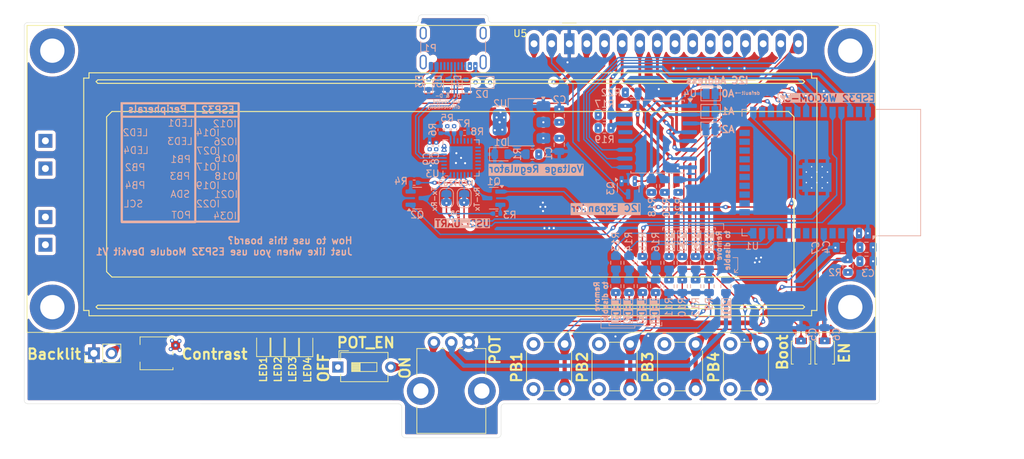
<source format=kicad_pcb>
(kicad_pcb (version 20240108) (generator "pcbnew") (generator_version "8.0")
  (layers (0 "F.Cu" signal) (1 "In1.Cu" signal) (2 "In2.Cu" signal) (31 "B.Cu" signal) (34 "B.Paste" user) (35 "F.Paste" user) (36 "B.SilkS" user "B.Silkscreen") (37 "F.SilkS" user "F.Silkscreen") (38 "B.Mask" user) (39 "F.Mask" user) (44 "Edge.Cuts" user))
  (net 0 "")
  (net 1 "GND")
  (net 2 "+5V")
  (net 3 "+3.3V")
  (net 4 "/uC/IO0")
  (net 5 "/uC/EN")
  (net 6 "Net-(D1-A)")
  (net 7 "VBUS")
  (net 8 "/uC/USB_D-")
  (net 9 "/uC/USB_D+")
  (net 10 "Net-(D6-A)")
  (net 11 "Net-(D7-A)")
  (net 12 "Net-(D8-A)")
  (net 13 "Net-(D9-A)")
  (net 14 "/uC/RXD")
  (net 15 "/uC/TXD0")
  (net 16 "/uC/TXD")
  (net 17 "/uC/RXD0")
  (net 18 "/PB1")
  (net 19 "Net-(JP3-A)")
  (net 20 "/PB3")
  (net 21 "Net-(JP4-A)")
  (net 22 "Net-(JP5-A)")
  (net 23 "/POT")
  (net 24 "Net-(JP6-A)")
  (net 25 "/PB4")
  (net 26 "Net-(JP7-A)")
  (net 27 "/PB2")
  (net 28 "Net-(JP8-A)")
  (net 29 "Net-(JP9-A)")
  (net 30 "Net-(JP10-A)")
  (net 31 "Net-(JP11-A)")
  (net 32 "/LCD/A0")
  (net 33 "/LCD/A1")
  (net 34 "/LCD/A2")
  (net 35 "/LCD/LCD_LED-")
  (net 42 "/uC/RTS")
  (net 43 "Net-(Q1-B)")
  (net 44 "Net-(Q2-B)")
  (net 45 "/uC/DTR")
  (net 46 "/LCD/LCD_LED+")
  (net 47 "/LCD/B")
  (net 48 "Net-(U3-VBUS)")
  (net 49 "Net-(U3-~{RST})")
  (net 50 "Net-(U3-~{SUSPEND})")
  (net 51 "/LED1")
  (net 52 "/LED2")
  (net 53 "/LED3")
  (net 54 "/LED4")
  (net 55 "/LCD_SDA")
  (net 56 "/LCD_SCL")
  (net 57 "Net-(SW5-B)")
  (net 58 "/LCD/LCD_VO")
  (net 94 "/LCD/LCD_R{slash}W")
  (net 95 "/LCD/LCD_D7")
  (net 96 "/LCD/LCD_D6")
  (net 97 "/LCD/LCD_D5")
  (net 98 "/LCD/LCD_D4")
  (net 99 "/LCD/LCD_RS")
  (net 100 "/LCD/LCD_EN")
  (footprint "Potentiometer_SMD:Potentiometer_Bourns_3314G_Vertical" (layer "F.Cu") (at 58.1152 99.06 -90)
    (property "Reference" "RV2" (hide yes))
    (property "Value" "5K")
  )
  (footprint "Button_Switch_THT:SW_DIP_SPSTx01_Slide_6.7x4.1mm_W7.62mm_P2.54mm_LowProfile" (layer "F.Cu") (at 84.2518 101.0412)
    (property "Reference" "SW5" (hide yes))
    (property "Value" "SW_SPST")
  )
  (footprint "LED_SMD:LED_0805_2012Metric" (layer "F.Cu") (at 77.6224 97.8685 90)
    (property "Reference" "D8" (hide yes))
    (property "Value" "BLUE")
  )
  (footprint "Button_Switch_THT:SW_PUSH_6mm_H8mm" (layer "F.Cu") (at 140.8176 104.2174 90)
    (property "Reference" "SW7" (hide yes))
    (property "Value" "SW_Push")
  )
  (footprint "LED_SMD:LED_0805_2012Metric" (layer "F.Cu") (at 79.6798 97.8639 90)
    (property "Reference" "D9" (hide yes))
    (property "Value" "WHITE")
  )
  (footprint "Button_Switch_SMD:SW_SPST_B3U-1000P" (layer "F.Cu") (at 154.4066 98.9584 -90)
    (property "Reference" "SW2" (hide yes))
    (property "Value" "Enable")
  )
  (footprint "Button_Switch_THT:SW_PUSH_6mm_H8mm" (layer "F.Cu") (at 112.4352 104.2174 90)
    (property "Reference" "SW3" (hide yes))
    (property "Value" "SW_Push")
  )
  (footprint "LED_SMD:LED_0805_2012Metric" (layer "F.Cu") (at 73.5076 97.8408 90)
    (property "Reference" "D6" (hide yes))
    (property "Value" "RED")
  )
  (footprint "Button_Switch_THT:SW_PUSH_6mm_H8mm" (layer "F.Cu") (at 121.8798 104.2174 90)
    (property "Reference" "SW4" (hide yes))
    (property "Value" "SW_Push")
  )
  (footprint "LED_SMD:LED_0805_2012Metric" (layer "F.Cu") (at 75.565 97.8431 90)
    (property "Reference" "D7" (hide yes))
    (property "Value" "GREEN")
  )
  (footprint "Button_Switch_THT:SW_PUSH_6mm_H8mm" (layer "F.Cu") (at 131.3138 104.2174 90)
    (property "Reference" "SW6" (hide yes))
    (property "Value" "SW_Push")
  )
  (footprint "Potentiometer_THT:Potentiometer_Bourns_PTV09A-1_Single_Vertical" (layer "F.Cu") (at 98.1009 97.4852 -90)
    (property "Reference" "RV1" (hide yes))
    (property "Value" "10K")
  )
  (footprint "Button_Switch_SMD:SW_SPST_B3U-1000P" (layer "F.Cu") (at 151.003 98.9584 -90)
    (property "Reference" "SW1" (hide yes))
    (property "Value" "Boot")
  )
  (footprint "Connector_PinHeader_2.54mm:PinHeader_1x02_P2.54mm_Vertical" (layer "F.Cu") (at 49.0932 99.06 90)
    (property "Reference" "JP15" (hide yes))
    (property "Value" "Jumper_2_Bridged")
  )
  (footprint "Display:LCD-016N002L" (layer "F.Cu") (at 117.6009 54.3968)
    (property "Reference" "U5")
    (property "Value" "LCD-016N002L")
  )
  (footprint "Capacitor_SMD:C_0805_2012Metric" (layer "B.Cu") (at 157.0126 83.7692 180)
    (property "Reference" "C7")
    (property "Value" "0.1u")
  )
  (footprint "Resistor_SMD:R_0805_2012Metric" (layer "B.Cu") (at 122.6857 64.643)
    (property "Reference" "R17")
    (property "Value" "4K7")
  )
  (footprint "Jumper:SolderJumper-2_P1.3mm_Bridged_RoundedPad1.0x1.5mm" (layer "B.Cu") (at 99.8958 76.6548 -90)
    (property "Reference" "JP2" (hide yes))
    (property "Value" "Jumper_2_Bridged")
  )
  (footprint "Resistor_SMD:R_0805_2012Metric" (layer "B.Cu") (at 112.2915 70.3345 180)
    (property "Reference" "R1")
    (property "Value" "2K")
  )
  (footprint "Capacitor_SMD:C_0805_2012Metric" (layer "B.Cu") (at 154.4066 96.3066 90)
    (property "Reference" "C6")
    (property "Value" "0.1u")
  )
  (footprint "Capacitor_SMD:C_0402_1005Metric" (layer "B.Cu") (at 98.4226 69.139 90)
    (property "Reference" "C8")
    (property "Value" "0.1u")
  )
  (footprint "Capacitor_SMD:C_0805_2012Metric" (layer "B.Cu") (at 116.1542 68.9719 -90)
    (property "Reference" "C1")
    (property "Value" "22u")
  )
  (footprint "Capacitor_SMD:C_0805_2012Metric" (layer "B.Cu") (at 160.4366 85.7758)
    (property "Reference" "C3")
    (property "Value" "22u")
  )
  (footprint "Package_SO:SOIC-16W_7.5x10.3mm_P1.27mm" (layer "B.Cu") (at 130.3274 67.7926 180)
    (property "Reference" "U4")
    (property "Value" "PCF8574")
  )
  (footprint "Capacitor_SMD:C_0805_2012Metric" (layer "B.Cu") (at 160.4366 83.7692)
    (property "Reference" "C4")
    (property "Value" "0.1u")
  )
  (footprint "Resistor_SMD:R_0402_1005Metric" (layer "B.Cu") (at 95.2496 74.445 180)
    (property "Reference" "R4")
    (property "Value" "10K")
  )
  (footprint "Resistor_SMD:R_0805_2012Metric" (layer "B.Cu") (at 128.143 89.375 -90)
    (property "Reference" "JP10" (hide yes))
    (property "Value" "Jumper_2_Small_Bridged")
  )
  (footprint "Resistor_SMD:R_0402_1005Metric" (layer "B.Cu") (at 100.0228 66.7996 -90)
    (property "Reference" "R5")
    (property "Value" "22K1")
  )
  (footprint "Resistor_SMD:R_0805_2012Metric" (layer "B.Cu") (at 133.2992 74.9239 90)
    (property "Reference" "R21")
    (property "Value" "10K")
  )
  (footprint "Capacitor_SMD:C_0805_2012Metric" (layer "B.Cu") (at 151.003 96.332 90)
    (property "Reference" "C5")
    (property "Value" "0.1u")
  )
  (footprint "Jumper:SolderJumper-2_P1.3mm_Open_Pad1.0x1.5mm" (layer "B.Cu") (at 137.9624 64.1562 180)
    (property "Reference" "JP13" (hide yes))
    (property "Value" "Jumper_2_Bridged")
  )
  (footprint "Resistor_SMD:R_0402_1005Metric" (layer "B.Cu") (at 102.514 67.2568)
    (property "Reference" "R8")
    (property "Value" "10K")
  )
  (footprint "Resistor_SMD:R_0805_2012Metric" (layer "B.Cu") (at 130.048 89.3788 -90)
    (property "Reference" "JP11" (hide yes))
    (property "Value" "Jumper_2_Small_Bridged")
  )
  (footprint "Jumper:SolderJumper-2_P1.3mm_Open_Pad1.0x1.5mm" (layer "B.Cu") (at 137.9728 61.6162 180)
    (property "Reference" "JP12" (hide yes))
    (property "Value" "Jumper_2_Bridged")
  )
  (footprint "Resistor_SMD:R_0805_2012Metric" (layer "B.Cu") (at 140.1826 89.3807 90)
    (property "Reference" "JP5" (hide yes))
    (property "Value" "Jumper_2_Small_Bridged")
  )
  (footprint "Resistor_SMD:R_0402_1005Metric" (layer "B.Cu") (at 99.0576 66.7976 90)
    (property "Reference" "R6")
    (property "Value" "47K5")
  )
  (footprint "Resistor_SMD:R_0402_1005Metric" (layer "B.Cu") (at 107.1536 78.9052)
    (property "Reference" "R3")
    (property "Value" "10K")
  )
  (footprint "Resistor_SMD:R_0805_2012Metric" (layer "B.Cu") (at 135.8138 86.0063 90)
    (property "Reference" "JP7" (hide yes))
    (property "Value" "Jumper_2_Small_Bridged")
  )
  (footprint "Resistor_SMD:R_0805_2012Metric" (layer "B.Cu") (at 126.2126 85.9968 -90)
    (property "Reference" "R14")
    (property "Value" "82")
  )
  (footprint "Resistor_SMD:R_0805_2012Metric" (layer "B.Cu") (at 135.8138 89.3807 -90)
    (property "Reference" "R12")
    (property "Value" "10K")
  )
  (footprint "Resistor_SMD:R_0402_1005Metric" (layer "B.Cu") (at 101.004 66.7976 90)
    (property "Reference" "R7")
    (property "Value" "2K")
  )
  (footprint "Jumper:SolderJumper-2_P1.3mm_Bridged_RoundedPad1.0x1.5mm" (layer "B.Cu") (at 102.4612 76.6548 -90)
    (property "Reference" "JP1" (hide yes))
    (property "Value" "Jumper_2_Bridged")
  )
  (footprint "Diode_SMD:D_SOD-523" (layer "B.Cu") (at 100.076 60.2346 90)
    (property "Reference" "D5")
    (property "Value" "LESD5D5.0CT1G")
  )
  (footprint "Resistor_SMD:R_0805_2012Metric" (layer "B.Cu") (at 137.7442 89.3826 -90)
    (property "Reference" "R9")
    (property "Value" "10K")
  )
  (footprint "Package_DFN_QFN:QFN-28-1EP_5x5mm_P0.5mm_EP3.35x3.35mm" (layer "B.Cu") (at 102.004 70.866)
    (property "Reference" "U3")
    (property "Value" "CP2102N-A01-GQFN28")
  )
  (footprint "RF_Module:ESP32-WROOM-32" (layer "B.Cu") (at 152.3796 72.9866 90)
    (property "Reference" "U1")
    (property "Value" "ESP32-WROOM-32")
  )
  (footprint "Resistor_SMD:R_0805_2012Metric" (layer "B.Cu") (at 131.3688 74.9201 90)
    (property "Reference" "R20")
    (property "Value" "10K")
  )
  (footprint "Jumper:SolderJumper-2_P1.3mm_Open_Pad1.0x1.5mm" (layer "B.Cu") (at 137.9624 66.6962 180)
    (property "Reference" "JP14" (hide yes))
    (property "Value" "Jumper_2_Bridged")
  )
  (footprint "Resistor_SMD:R_0805_2012Metric" (layer "B.Cu") (at 137.7442 86.0025 90)
    (property "Reference" "JP3" (hide yes))
    (property "Value" "Jumper_2_Small_Bridged")
  )
  (footprint "Resistor_SMD:R_0805_2012Metric" (layer "B.Cu") (at 131.9784 89.3807 -90)
    (property "Reference" "R11")
    (property "Value" "10K")
  )
  (footprint "Resistor_SMD:R_0805_2012Metric" (layer "B.Cu") (at 130.058 86.0006 -90)
    (property "Reference" "R16")
    (property "Value" "15")
  )
  (footprint "Capacitor_SMD:C_0805_2012Metric" (layer "B.Cu") (at 116.1542 64.7719 90)
    (property "Reference" "C2")
    (property "Value" "22u")
  )
  (footprint "Resistor_SMD:R_0805_2012Metric" (layer "B.Cu") (at 126.5954 61.4172)
    (property "Reference" "R22")
    (property "Value" "4K7")
  )
  (footprint "Package_TO_SOT_SMD:SOT-23" (layer "B.Cu") (at 106.7261 76.6802 180)
    (property "Reference" "Q1")
    (property "Value" "SS8050-G")
  )
  (footprint "Resistor_SMD:R_0805_2012Metric" (layer "B.Cu") (at 129.4384 74.9201 90)
    (property "Reference" "R18")
    (property "Value" "10K")
  )
  (footprint "Diode_SMD:D_SOD-523" (layer "B.Cu") (at 97.3328 60.2346 90)
    (property "Reference" "D3")
    (property "Value" "LESD5D5.0CT1G")
  )
  (footprint "Resistor_SMD:R_0805_2012Metric" (layer "B.Cu") (at 122.6819 66.548)
    (property "Reference" "R19")
    (property "Value" "4K7")
  )
  (footprint "Resistor_SMD:R_0805_2012Metric" (layer "B.Cu") (at 133.8834 86.0044 90)
    (property "Reference" "JP4" (hide yes))
    (property "Value" "Jumper_2_Small_Bridged")
  )
  (footprint "Resistor_SMD:R_0805_2012Metric" (layer "B.Cu") (at 124.3076 85.993 -90)
    (property "Reference" "R13")
    (property "Value" "100")
  )
  (footprint "Connector_USB:USB_C_Receptacle_GCT_USB4105-xx-A_16P_TopMnt_Horizontal" (layer "B.Cu") (at 100.869 53.9324)
    (property "Reference" "P1")
    (property "Value" "USB_C_Plug_USB2.0")
  )
  (footprint "Package_TO_SOT_SMD:SOT-23" (layer "B.Cu") (at 126.0958 75.1563 -90)
    (property "Reference" "Q3")
    (property "Value" "2N3904")
  )
  (footprint "Resistor_SMD:R_0805_2012Metric" (layer "B.Cu") (at 133.8834 89.3807 -90)
    (property "Reference" "R10")
    (property "Value" "10K")
  )
  (footprint "Resistor_SMD:R_0805_2012Metric" (layer "B.Cu") (at 131.9784 86.0044 90)
    (property "Reference" "JP6" (hide yes))
    (property "Value" "Jumper_2_Small_Bridged")
  )
  (footprint "LED_SMD:LED_0805_2012Metric" (layer "B.Cu") (at 107.7957 70.3345)
    (property "Reference" "D1")
    (property "Value" "RED")
  )
  (footprint "Package_TO_SOT_SMD:SOT-223-3_TabPin2" (layer "B.Cu") (at 110.7186 65.7219 180)
    (property "Reference" "U2")
    (property "Value" "AMS1117-3.3")
  )
  (footprint "Diode_SMD:D_SOD-323" (layer "B.Cu") (at 105.1392 59.9694 180)
    (property "Reference" "D2")
    (property "Value" "BAT760-7")
  )
  (footprint "Resistor_SMD:R_0805_2012Metric" (layer "B.Cu") (at 124.3076 89.375 -90)
    (property "Reference" "JP8" (hide yes))
    (property "Value" "Jumper_2_Small_Bridged")
  )
  (footprint "Resistor_SMD:R_0805_2012Metric" (layer "B.Cu") (at 157.7594 86.4597 90)
    (property "Reference" "R2")
    (property "Value" "10K")
  )
  (footprint "Capacitor_SMD:C_0402_1005Metric" (layer "B.Cu") (at 97.4828 69.139 90)
    (property "Reference" "C9")
    (property "Value" "4.7u")
  )
  (footprint "Diode_SMD:D_SOD-523" (layer "B.Cu") (at 102.7684 60.26 90)
    (property "Reference" "D4")
    (property "Value" "LESD5D5.0CT1G")
  )
  (footprint "Resistor_SMD:R_0805_2012Metric" (layer "B.Cu") (at 126.2126 89.375 -90)
    (property "Reference" "JP9" (hide yes))
    (property "Value" "Jumper_2_Small_Bridged")
  )
  (footprint "Package_TO_SOT_SMD:SOT-23" (layer "B.Cu") (at 95.6771 76.67)
    (property "Reference" "Q2")
    (property "Value" "SS8050-G")
  )
  (footprint "Resistor_SMD:R_0805_2012Metric" (layer "B.Cu") (at 128.143 85.9968 -90)
    (property "Reference" "R15")
    (property "Value" "22")
  )
  (gr_line (start 139.8524 80.3656) (end 139.8524 81.2038) (stroke (width 0.1)) (layer "B.SilkS"))
  (gr_line (start 138.684 80.9498) (end 138.684 81.2292) (stroke (width 0.1)) (layer "B.SilkS"))
  (gr_line (start 142.3162 61.4934) (end 141.5796 61.4934) (stroke (width 0.1)) (layer "B.SilkS"))
  (gr_line (start 127.0508 95.0976) (end 127.0508 95.4024) (stroke (width 0.1)) (layer "B.SilkS"))
  (gr_line (start 141.1732 85.2424) (end 141.8844 85.2424) (stroke (width 0.1)) (layer "B.SilkS"))
  (gr_line (start 141.5796 61.4934) (end 141.6812 61.595) (stroke (width 0.1)) (layer "B.SilkS"))
  (gr_line (start 122.174 95.4024) (end 122.174 93.7768) (stroke (width 0.1)) (layer "B.SilkS"))
  (gr_line (start 130.937 94.5642) (end 130.937 95.0976) (stroke (width 0.1)) (layer "B.SilkS"))
  (gr_line (start 131.064 81.3054) (end 131.064 80.9498) (stroke (width 0.1)) (layer "B.SilkS"))
  (gr_rect (start 53.1114 62.992) (end 69.9516 64.9224) (stroke (width 0.3)) (fill none) (layer "B.SilkS"))
  (gr_line (start 141.5796 61.4934) (end 141.6812 61.3918) (stroke (width 0.1)) (layer "B.SilkS"))
  (gr_line (start 134.874 80.3656) (end 139.8524 80.3656) (stroke (width 0.1)) (layer "B.SilkS"))
  (gr_line (start 141.8844 86.9442) (end 141.4272 87.4014) (stroke (width 0.1)) (layer "B.SilkS"))
  (gr_line (start 141.4272 87.4014) (end 141.4272 86.9442) (stroke (width 0.1)) (layer "B.SilkS"))
  (gr_rect (start 53.1114 62.992) (end 69.9516 80.0608) (stroke (width 0.3)) (fill none) (layer "B.SilkS"))
  (gr_line (start 127.0508 95.4024) (end 122.174 95.4024) (stroke (width 0.1)) (layer "B.SilkS"))
  (gr_line (start 123.3424 95.0722) (end 130.937 95.0976) (stroke (width 0.1)) (layer "B.SilkS"))
  (gr_line (start 123.3424 94.5388) (end 123.3424 95.0722) (stroke (width 0.1)) (layer "B.SilkS"))
  (gr_line (start 131.064 80.9498) (end 138.684 80.9498) (stroke (width 0.1)) (layer "B.SilkS"))
  (gr_line (start 141.8844 85.2424) (end 141.8844 86.9442) (stroke (width 0.1)) (layer "B.SilkS"))
  (gr_line (start 141.4272 86.9442) (end 141.4272 87.4014) (stroke (width 0.1)) (layer "B.SilkS"))
  (gr_line (start 134.874 80.9498) (end 134.874 80.3656) (stroke (width 0.1)) (layer "B.SilkS"))
  (gr_rect (start 53.1114 62.992) (end 63.7032 80.137) (stroke (width 0.3)) (fill none) (layer "B.SilkS"))
  (gr_line (start 141.4272 87.4014) (end 141.8844 87.4014) (stroke (width 0.1)) (layer "B.SilkS"))
  (gr_line (start 95.8342 50.8254) (end 95.8342 50.7238) (stroke (width 0.05)) (layer "Edge.Cuts"))
  (gr_arc (start 92.9386 106.3244) (mid 93.29781 106.47319) (end 93.4466 106.8324) (stroke (width 0.05)) (layer "Edge.Cuts"))
  (gr_line (start 107.7722 106.8324) (end 107.7722 110.7186) (stroke (width 0.05)) (layer "Edge.Cuts"))
  (gr_arc (start 95.8342 50.7238) (mid 95.98299 50.36459) (end 96.3422 50.2158) (stroke (width 0.05)) (layer "Edge.Cuts"))
  (gr_arc (start 39.55141 106.32079) (mid 39.1922 106.172) (end 39.04341 105.81279) (stroke (width 0.05)) (layer "Edge.Cuts"))
  (gr_line (start 106.426 51.3334) (end 161.79439 51.33701) (stroke (width 0.05)) (layer "Edge.Cuts"))
  (gr_line (start 39.04341 51.84501) (end 39.04341 105.81279) (stroke (width 0.05)) (layer "Edge.Cuts"))
  (gr_line (start 95.3262 51.3334) (end 39.55141 51.33701) (stroke (width 0.05)) (layer "Edge.Cuts"))
  (gr_arc (start 105.41 50.2158) (mid 105.76921 50.36459) (end 105.918 50.7238) (stroke (width 0.05)) (layer "Edge.Cuts"))
  (gr_line (start 93.4466 106.8324) (end 93.4466 110.7186) (stroke (width 0.05)) (layer "Edge.Cuts"))
  (gr_arc (start 95.8342 50.8254) (mid 95.68541 51.18461) (end 95.3262 51.3334) (stroke (width 0.05)) (layer "Edge.Cuts"))
  (gr_arc (start 107.7722 106.8324) (mid 107.92099 106.47319) (end 108.2802 106.3244) (stroke (width 0.05)) (layer "Edge.Cuts"))
  (gr_line (start 105.41 50.2158) (end 96.3422 50.2158) (stroke (width 0.05)) (layer "Edge.Cuts"))
  (gr_arc (start 162.30239 105.81279) (mid 162.1536 106.172) (end 161.79439 106.32079) (stroke (width 0.05)) (layer "Edge.Cuts"))
  (gr_line (start 93.9546 111.2266) (end 107.2642 111.2266) (stroke (width 0.05)) (layer "Edge.Cuts"))
  (gr_arc (start 107.7722 110.7186) (mid 107.62341 111.07781) (end 107.2642 111.2266) (stroke (width 0.05)) (layer "Edge.Cuts"))
  (gr_arc (start 39.04341 51.84501) (mid 39.1922 51.4858) (end 39.55141 51.33701) (stroke (width 0.05)) (layer "Edge.Cuts"))
  (gr_line (start 39.55141 106.32079) (end 92.9386 106.3244) (stroke (width 0.05)) (layer "Edge.Cuts"))
  (gr_line (start 108.28381 106.3244) (end 161.79439 106.32079) (stroke (width 0.05)) (layer "Edge.Cuts"))
  (gr_arc (start 106.426 51.3334) (mid 106.06679 51.18461) (end 105.918 50.8254) (stroke (width 0.05)) (layer "Edge.Cuts"))
  (gr_line (start 162.30239 51.84501) (end 162.30239 105.81279) (stroke (width 0.05)) (layer "Edge.Cuts"))
  (gr_arc (start 93.9546 111.2266) (mid 93.59539 111.07781) (end 93.4466 110.7186) (stroke (width 0.05)) (layer "Edge.Cuts"))
  (gr_line (start 105.918 50.8254) (end 105.918 50.7238) (stroke (width 0.05)) (layer "Edge.Cuts"))
  (gr_arc (start 161.79439 51.33701) (mid 162.1536 51.4858) (end 162.30239 51.84501) (stroke (width 0.05)) (layer "Edge.Cuts"))
  (gr_text "ESP32 WROOM-32" (at 161.8234 62.8396 0) (layer "B.SilkS" knockout) (effects (font (size 1 1) (thickness 0.2) (bold yes)) (justify left bottom mirror)))
  (gr_text "LED3" (at 128.6764 90.9441 90) (layer "B.SilkS" knockout) (effects (font (size 1 1) (thickness 0.2) (bold yes)) (justify left bottom mirror)))
  (gr_text "LED3" (at 63.4238 69.0626 0) (layer "B.SilkS") (effects (font (size 1 1) (thickness 0.125)) (justify left bottom mirror)))
  (gr_text "SDA" (at 63.0174 76.6826 0) (layer "B.SilkS") (effects (font (size 1 1) (thickness 0.125)) (justify left bottom mirror)))
  (gr_text "IO22" (at 67.3354 78.0796 0) (layer "B.SilkS") (effects (font (size 1 1) (thickness 0.125)) (justify left bottom mirror)))
  (gr_text "A1" (at 141.508 64.715 0) (layer "B.SilkS") (effects (font (size 1 1) (thickness 0.2) (bold yes)) (justify left bottom mirror)))
  (gr_text "LED1" (at 124.9716 90.9441 90) (layer "B.SilkS" knockout) (effects (font (size 1 1) (thickness 0.2) (bold yes)) (justify left bottom mirror)))
  (gr_text "IO17" (at 67.3354 72.7456 0) (layer "B.SilkS") (effects (font (size 1 1) (thickness 0.125)) (justify left bottom mirror)))
  (gr_text "A0" (at 141.493 62.175 0) (layer "B.SilkS") (effects (font (size 1 1) (thickness 0.2) (bold yes)) (justify left bottom mirror)))
  (gr_text "Voltage Regulator" (at 119.6848 73.0504 0) (layer "B.SilkS" knockout) (effects (font (size 1 1) (thickness 0.2) (bold yes)) (justify left bottom mirror)))
  (gr_text "PB2" (at 136.5504 81.1822 90) (layer "B.SilkS" knockout) (effects (font (size 1 1) (thickness 0.2) (bold yes)) (justify left bottom mirror)))
  (gr_text "Remove\nto disable" (at 123.2154 88.5933 90) (layer "B.SilkS") (effects (font (size 0.75 0.75) (thickness 0.1875) (bold yes)) (justify left bottom mirror)))
  (gr_text "LED4" (at 130.556 90.9441 90) (layer "B.SilkS" knockout) (effects (font (size 1 1) (thickness 0.2) (bold yes)) (justify left bottom mirror)))
  (gr_text "Tx-Rx" (at 98.5888 74.9644 90) (layer "B.SilkS") (effects (font (size 0.75 0.75) (thickness 0.15) (bold yes)) (justify left bottom mirror)))
  (gr_text "IO12" (at 69.7484 66.5226 0) (layer "B.SilkS") (effects (font (size 1 1) (thickness 0.125)) (justify left bottom mirror)))
  (gr_text "POT" (at 63.1698 79.7052 0) (layer "B.SilkS") (effects (font (size 1 1) (thickness 0.125)) (justify left bottom mirror)))
  (gr_text "Rx-Tx" (at 104.7356 74.9644 90) (layer "B.SilkS") (effects (font (size 0.75 0.75) (thickness 0.15) (bold yes)) (justify left bottom mirror)))
  (gr_text "Peripherals" (at 62.611 64.4144 0) (layer "B.SilkS") (effects (font (size 1 1) (thickness 0.2) (bold yes)) (justify left bottom mirror)))
  (gr_text "LED4" (at 57.0738 70.358 0) (layer "B.SilkS") (effects (font (size 1 1) (thickness 0.125)) (justify left bottom mirror)))
  (gr_text "D+ & D-\nare routed\ndifferentially" (at 101.9556 63.8048 0) (layer "B.SilkS") (effects (font (size 0.5 0.5) (thickness 0.1)) (justify left bottom mirror)))
  (gr_text "PB4" (at 132.7658 81.1822 90) (layer "B.SilkS" knockout) (effects (font (size 1 1) (thickness 0.2) (bold yes)) (justify left bottom mirror)))
  (gr_text "USB-UART" (at 106.3244 80.9244 0) (layer "B.SilkS" knockout) (effects (font (size 1 1) (thickness 0.2) (bold yes)) (justify left bottom mirror)))
  (gr_text "PB1" (at 138.4046 81.1822 90) (layer "B.SilkS" knockout) (effects (font (size 1 1) (thickness 0.2) (bold yes)) (justify left bottom mirror)))
  (gr_text "Remove\nto disable" (at 140.8176 81.2527 90) (layer "B.SilkS") (effects (font (size 0.75 0.75) (thickness 0.1875) (bold yes)) (justify left bottom mirror)))
  (gr_text "PB4" (at 56.5912 75.4126 0) (layer "B.SilkS") (effects (font (size 1 1) (thickness 0.125)) (justify left bottom mirror)))
  (gr_text "PB1" (at 63.1444 71.6534 0) (layer "B.SilkS") (effects (font (size 1 1) (thickness 0.125)) (justify left bottom mirror)))
  (gr_text "IO16" (at 69.9516 71.5264 0) (layer "B.SilkS") (effects (font (size 1 1) (thickness 0.125)) (justify left bottom mirror)))
  (gr_text "POT" (at 140.8684 90.9574 90) (layer "B.SilkS" knockout) (effects (font (size 1 1) (thickness 0.2) (bold yes)) (justify left bottom mirror)))
  (gr_text "LED2" (at 126.7206 90.9441 90) (layer "B.SilkS" knockout) (effects (font (size 1 1) (thickness 0.2) (bold yes)) (justify left bottom mirror)))
  (gr_text "A2" (at 141.5334 67.3312 0) (layer "B.SilkS") (effects (font (size 1 1) (thickness 0.2) (bold yes)) (justify left bottom mirror)))
  (gr_text "IO19" (at 67.31 75.438 0) (layer "B.SilkS") (effects (font (size 1 1) (thickness 0.125)) (justify left bottom mirror)))
  (gr_text "IO21" (at 69.9262 76.708 0) (layer "B.SilkS") (effects (font (size 1 1) (thickness 0.125)) (justify left bottom mirror)))
  (gr_text "default" (at 145.1356 61.7982 0) (layer "B.SilkS") (effects (font (size 0.5 0.5) (thickness 0.1)) (justify left bottom mirror)))
  (gr_text "ESP32" (at 69.469 64.516 0) (layer "B.SilkS") (effects (font (size 1 1) (thickness 0.2) (bold yes)) (justify left bottom mirror)))
  (gr_text "uC" (at 100.3668 78.4188 180) (layer "B.SilkS") (effects (font (size 0.75 0.75) (thickness 0.15) (bold yes)) (justify left bottom mirror)))
  (gr_text "I2C Expander" (at 128.0414 78.7146 0) (layer "B.SilkS" knockout) (effects (font (size 1 1) (thickness 0.2) (bold yes)) (justify left bottom mirror)))
  (gr_text "IO18" (at 69.977 74.0918 0) (layer "B.SilkS") (effects (font (size 1 1) (thickness 0.125)) (justify left bottom mirror)))
  (gr_text "LED2" (at 56.9976 67.7926 0) (layer "B.SilkS") (effects (font (size 1 1) (thickness 0.125)) (justify left bottom mirror)))
  (gr_text "IO14" (at 67.31 67.818 0) (layer "B.SilkS") (effects (font (size 1 1) (thickness 0.125)) (justify left bottom mirror)))
  (gr_text "PB3" (at 63.0428 74.0918 0) (layer "B.SilkS") (effects (font (size 1 1) (thickness 0.125)) (justify left bottom mirror)))
  (gr_text "SCL" (at 56.261 78.0796 0) (layer "B.SilkS") (effects (font (size 1 1) (thickness 0.125)) (justify left bottom mirror)))
  (gr_text "How to use this board?\nJust like when you use ESP32 Module Devkit V1" (at 86.4616 84.9884 0) (layer "B.SilkS") (effects (font (size 1 1) (thickness 0.2) (bold yes)) (justify left bottom mirror)))
  (gr_text "IO34" (at 69.7992 79.8068 0) (layer "B.SilkS") (effects (font (size 1 1) (thickness 0.125)) (justify left bottom mirror)))
  (gr_text "IO27" (at 67.3862 70.4342 0) (layer "B.SilkS") (effects (font (size 1 1) (thickness 0.125)) (justify left bottom mirror)))
  (gr_text "IO26" (at 69.8754 69.1134 0) (layer "B.SilkS") (effects (font (size 1 1) (thickness 0.125)) (justify left bottom mirror)))
  (gr_text "LED1" (at 63.4746 66.421 0) (layer "B.SilkS") (effects (font (size 1 1) (thickness 0.125)) (justify left bottom mirror)))
  (gr_text "CP2102N" (at 98.5634 74.0038 180) (layer "B.SilkS") (effects (font (size 0.75 0.75) (thickness 0.15) (bold yes)) (justify left bottom mirror)))
  (gr_text "PB2" (at 56.5912 72.8218 0) (layer "B.SilkS") (effects (font (size 1 1) (thickness 0.125)) (justify left bottom mirror)))
  (gr_text "I2C Address" (at 143.5608 60.2742 0) (layer "B.SilkS") (effects (font (size 1 1) (thickness 0.25) (bold yes)) (justify left bottom mirror)))
  (gr_text "PB3" (at 134.493 81.1822 90) (layer "B.SilkS" knockout) (effects (font (size 1 1) (thickness 0.2) (bold yes)) (justify left bottom mirror)))
  (gr_text "POT" (at 107.7722 100.8634 90) (layer "F.SilkS") (effects (font (size 1.5 1.5) (thickness 0.3) (bold yes)) (justify left bottom)))
  (gr_text "Boot" (at 149.1996 101.6508 90) (layer "F.SilkS") (effects (font (size 1.5 1.5) (thickness 0.3) (bold yes)) (justify left bottom)))
  (gr_text "PB1" (at 110.89 103.481686 90) (layer "F.SilkS") (effects (font (size 1.5 1.5) (thickness 0.3) (bold yes)) (justify left bottom)))
  (gr_text "PB4" (at 139.2936 103.481686 90) (layer "F.SilkS") (effects (font (size 1.5 1.5) (thickness 0.3) (bold yes)) (justify left bottom)))
  (gr_text "LED3" (at 78.3082 103.3526 90) (layer "F.SilkS") (effects (font (size 1 1) (thickness 0.2) (bold yes)) (justify left bottom)))
  (gr_text "ON" (at 94.7928 102.912629 90) (layer "F.SilkS") (effects (font (size 1.5 1.5) (thickness 0.3) (bold yes)) (justify left bottom)))
  (gr_text "LED2" (at 76.2 103.3526 90) (layer "F.SilkS") (effects (font (size 1 1) (thickness 0.2) (bold yes)) (justify left bottom)))
  (gr_text "OFF" (at 83.058 103.412629 90) (layer "F.SilkS") (effects (font (size 1.5 1.5) (thickness 0.3) (bold yes)) (justify left bottom)))
  (gr_text "PB2" (at 120.3642 103.481686 90) (layer "F.SilkS") (effects (font (size 1.5 1.5) (thickness 0.3) (bold yes)) (justify left bottom)))
  (gr_text "LED1" (at 74.0918 103.3526 90) (layer "F.SilkS") (effects (font (size 1 1) (thickness 0.2) (bold yes)) (justify left bottom)))
  (gr_text "Backlit" (at 39.2938 100.056 0) (layer "F.SilkS") (effects (font (size 1.5 1.5) (thickness 0.3) (bold yes)) (justify left bottom)))
  (gr_text "LED4" (at 80.4672 103.4034 90) (layer "F.SilkS") (effects (font (size 1 1) (thickness 0.2) (bold yes)) (justify left bottom)))
  (gr_text "POT_EN" (at 83.947 98.3996 0) (layer "F.SilkS") (effects (font (size 1.5 1.5) (thickness 0.3) (bold yes)) (justify left bottom)))
  (gr_text "EN" (at 158.115 100.6602 90) (layer "F.SilkS") (effects (font (size 1.5 1.5) (thickness 0.3) (bold yes)) (justify left bottom)))
  (gr_text "PB3" (at 129.794 103.481686 90) (layer "F.SilkS") (effects (font (size 1.5 1.5) (thickness 0.3) (bold yes)) (justify left bottom)))
  (gr_text "Contrast" (at 61.5696 100.056 0) (layer "F.SilkS") (effects (font (size 1.5 1.5) (thickness 0.3) (bold yes)) (justify left bottom)))
  (via (at 145.2372 85.2424) (size 0.6) (drill 0.3) (layers "F.Cu" "B.Cu") (net 1))
  (via (at 142.8496 57.9374) (size 0.6) (drill 0.3) (layers "F.Cu" "B.Cu") (net 1))
  (via (at 133.223 72.3392) (size 0.6) (drill 0.3) (layers "F.Cu" "B.Cu") (net 1))
  (via (at 102.5906 71.628) (size 0.6) (drill 0.3) (layers "F.Cu" "B.Cu") (net 1))
  (via (at 132.6388 57.9374) (size 0.6) (drill 0.3) (layers "F.Cu" "B.Cu") (net 1))
  (via (at 161.3866 83.7692) (size 0.6) (drill 0.3) (layers "F.Cu" "B.Cu") (net 1))
  (via (at 97.6376 71.9836) (size 0.6) (drill 0.3) (layers "F.Cu" "B.Cu") (net 1))
  (via (at 116.1542 63.8219) (size 0.6) (drill 0.3) (layers "F.Cu" "B.Cu") (net 1))
  (via (at 98.4226 68.659) (size 0.6) (drill 0.3) (layers "F.Cu" "B.Cu") (net 1))
  (via (at 113.4364 77.9272) (size 0.6) (drill 0.3) (layers "F.Cu" "B.Cu") (net 1))
  (via (at 125.1458 74.2188) (size 0.6) (drill 0.3) (layers "F.Cu" "B.Cu") (net 1))
  (via (at 102.004 70.866) (size 0.6) (drill 0.3) (layers "F.Cu" "B.Cu") (net 1))
  (via (at 95.9358 59.2836) (size 0.6) (drill 0.3) (layers "F.Cu" "B.Cu") (net 1))
  (via (at 117.348 57.0738) (size 0.6) (drill 0.3) (layers "F.Cu" "B.Cu") (net 1))
  (via (at 130.5052 60.9346) (size 0.6) (drill 0.3) (layers "F.Cu" "B.Cu") (net 1))
  (via (at 151.6888 61.8744) (size 0.6) (drill 0.3) (layers "F.Cu" "B.Cu") (net 1))
  (via (at 142.8242 97.0788) (size 0.6) (drill 0.3) (layers "F.Cu" "B.Cu") (net 1))
  (via (at 154.7114 61.722) (size 0.6) (drill 0.3) (layers "F.Cu" "B.Cu") (net 1))
  (via (at 140.6398 57.9374) (size 0.6) (drill 0.3) (layers "F.Cu" "B.Cu") (net 1))
  (via (at 101.329494 70.185749) (size 0.6) (drill 0.3) (layers "F.Cu" "B.Cu") (net 1))
  (via (at 115.3668 81.0006) (size 0.6) (drill 0.3) (layers "F.Cu" "B.Cu") (net 1))
  (via (at 128.9812 96.5454) (size 0.6) (drill 0.3) (layers "F.Cu" "B.Cu") (net 1))
  (via (at 124.2568 96.6216) (size 0.6) (drill 0.3) (layers "F.Cu" "B.Cu") (net 1))
  (via (at 154.2796 61.214) (size 0.6) (drill 0.3) (layers "F.Cu" "B.Cu") (net 1))
  (via (at 155.956 83.82) (size 0.6) (drill 0.3) (layers "F.Cu" "B.Cu") (net 1))
  (via (at 101.2698 71.6026) (size 0.6) (drill 0.3) (layers "F.Cu" "B.Cu") (net 1))
  (via (at 144.5514 85.344) (size 0.6) (drill 0.3) (layers "F.Cu" "B.Cu") (net 1))
  (via (at 114.7064 81.0006) (size 0.6) (drill 0.3) (layers "F.Cu" "B.Cu") (net 1))
  (via (at 96.012 60.2234) (size 0.6) (drill 0.3) (layers "F.Cu" "B.Cu") (net 1))
  (via (at 160.6296 81.7366) (size 0.6) (drill 0.3) (layers "F.Cu" "B.Cu") (net 1))
  (via (at 145.0086 85.852) (size 0.6) (drill 0.3) (layers "F.Cu" "B.Cu") (net 1))
  (via (at 144.3482 85.9536) (size 0.6) (drill 0.3) (layers "F.Cu" "B.Cu") (net 1))
  (via (at 114.0206 81.0006) (size 0.6) (drill 0.3) (layers "F.Cu" "B.Cu") (net 1))
  (via (at 97.4828 68.659) (size 0.6) (drill 0.3) (layers "F.Cu" "B.Cu") (net 1))
  (via (at 113.792 77.3176) (size 0.6) (drill 0.3) (layers "F.Cu" "B.Cu") (net 1))
  (via (at 104.069 57.6124) (size 0.6) (drill 0.3) (layers "F.Cu" "B.Cu") (net 1))
  (via (at 136.2202 57.9374) (size 0.6) (drill 0.3) (layers "F.Cu" "B.Cu") (net 1))
  (via (at 113.8174 78.5368) (size 0.6) (drill 0.3) (layers "F.Cu" "B.Cu") (net 1))
  (via (at 138.2268 57.8866) (size 0.6) (drill 0.3) (layers "F.Cu" "B.Cu") (net 1))
  (via (at 134.3406 58.0136) (size 0.6) (drill 0.3) (layers "F.Cu" "B.Cu") (net 1))
  (via (at 161.3866 85.7758) (size 0.6) (drill 0.3) (layers "F.Cu" "B.Cu") (net 1))
  (via (at 114.1476 77.9272) (size 0.6) (drill 0.3) (layers "F.Cu" "B.Cu") (net 1))
  (segment (start 96.012 60.2234) (end 96.7232 60.9346) (width 0.2) (layer "B.Cu") (net 1))
  (segment (start 96.4946 58.7248) (end 95.9358 59.2836) (width 0.2) (layer "B.Cu") (net 1))
  (segment (start 96.7232 60.9346) (end 97.3328 60.9346) (width 0.2) (layer "B.Cu") (net 1))
  (segment (start 133.3246 72.2376) (end 133.223 72.3392) (width 0.2) (layer "B.Cu") (net 1))
  (segment (start 97.669 58.2616) (end 97.2058 58.7248) (width 0.2) (layer "B.Cu") (net 1))
  (segment (start 97.2058 58.7248) (end 96.4946 58.7248) (width 0.2) (layer "B.Cu") (net 1))
  (segment (start 99.554 71.366) (end 98.2552 71.366) (width 0.2) (layer "B.Cu") (net 1))
  (segment (start 134.9774 72.2376) (end 133.3246 72.2376) (width 0.2) (layer "B.Cu") (net 1))
  (segment (start 97.669 57.6124) (end 97.669 58.2616) (width 0.2) (layer "B.Cu") (net 1))
  (segment (start 98.2552 71.366) (end 97.6376 71.9836) (width 0.2) (layer "B.Cu") (net 1))
  (segment (start 120.142 56.3626) (end 116.586 59.9186) (width 0.6) (layer "F.Cu") (net 2))
  (segment (start 120.142 55.1079) (end 120.142 56.3626) (width 0.6) (layer "F.Cu") (net 2))
  (segment (start 120.1409 54.3968) (end 120.1409 55.1068) (width 0.6) (layer "F.Cu") (net 2))
  (segment (start 120.1409 55.1068) (end 120.142 55.1079) (width 0.6) (layer "F.Cu") (net 2))
  (segment (start 116.586 59.9186) (end 115.3414 59.9186) (width 0.6) (layer "F.Cu") (net 2))
  (via (at 125.6774 63.3476) (size 0.6) (drill 0.3) (layers "F.Cu" "B.Cu") (net 2))
  (via (at 60.1726 98.4504) (size 0.6) (drill 0.3) (layers "F.Cu" "B.Cu") (net 2))
  (via (at 61.468 98.5774) (size 0.6) (drill 0.3) (layers "F.Cu" "B.Cu") (net 2))
  (via (at 121.7694 66.548) (size 0.6) (drill 0.3) (layers "F.Cu" "B.Cu") (net 2))
  (via (at 113.8686 68.0219) (size 0.6) (drill 0.3) (layers "F.Cu" "B.Cu") (net 2))
  (via (at 131.3688 75.8326) (size 0.6) (drill 0.3) (layers "F.Cu" "B.Cu") (net 2))
  (via (at 61.4172 97.282) (size 0.6) (drill 0.3) (layers "F.Cu" "B.Cu") (net 2))
  (via (at 113.204 70.3345) (size 0.6) (drill 0.3) (layers "F.Cu" "B.Cu") (net 2))
  (via (at 60.8652 97.91) (size 0.6) (drill 0.3) (layers "F.Cu" "B.Cu") (net 2))
  (via (at 133.2992 75.8364) (size 0.6) (drill 0.3) (layers "F.Cu" "B.Cu") (net 2))
  (via (at 121.7732 64.643) (size 0.6) (drill 0.3) (layers "F.Cu" "B.Cu") (net 2))
  (via (at 125.6829 61.4172) (size 0.6) (drill 0.3) (layers "F.Cu" "B.Cu") (net 2))
  (via (at 129.4384 75.8326) (size 0.6) (drill 0.3) (layers "F.Cu" "B.Cu") (net 2))
  (via (at 60.3504 97.2312) (size 0.6) (drill 0.3) (layers "F.Cu" "B.Cu") (net 2))
  (via (at 106.1892 59.9694) (size 0.6) (drill 0.3) (layers "F.Cu" "B.Cu") (net 2))
  (via (at 115.3414 59.9186) (size 0.6) (drill 0.3) (layers "F.Cu" "B.Cu") (net 2))
  (via (at 116.1542 68.0219) (size 0.6) (drill 0.3) (layers "F.Cu" "B.Cu") (net 2))
  (via (at 107.696 64.262) (size 0.6) (drill 0.3) (layers "F.Cu" "B.Cu") (net 3))
  (via (at 99.568 69.723) (size 0.6) (drill 0.3) (layers "F.Cu" "B.Cu") (net 3))
  (via (at 107.5686 65.7219) (size 0.6) (drill 0.3) (layers "F.Cu" "B.Cu") (net 3))
  (via (at 99.568 69.1388) (size 0.6) (drill 0.3) (layers "F.Cu" "B.Cu") (net 3))
  (via (at 108.204 65.024) (size 0.6) (drill 0.3) (layers "F.Cu" "B.Cu") (net 3))
  (via (at 106.869312 66.875885) (size 0.6) (drill 0.3) (layers "F.Cu" "B.Cu") (net 3))
  (via (at 116.1542 65.7219) (size 0.6) (drill 0.3) (layers "F.Cu" "B.Cu") (net 3))
  (via (at 107.5686 65.7219) (size 0.6) (drill 0.3) (layers "F.Cu" "B.Cu") (net 3))
  (via (at 159.4866 83.7692) (size 0.6) (drill 0.3) (layers "F.Cu" "B.Cu") (net 3))
  (via (at 159.4866 85.7758) (size 0.6) (drill 0.3) (layers "F.Cu" "B.Cu") (net 3))
  (via (at 107.136148 65.028043) (size 0.6) (drill 0.3) (layers "F.Cu" "B.Cu") (net 3))
  (via (at 157.7594 87.3722) (size 0.6) (drill 0.3) (layers "F.Cu" "B.Cu") (net 3))
  (via (at 98.4226 69.619) (size 0.6) (drill 0.3) (layers "F.Cu" "B.Cu") (net 3))
  (via (at 159.3596 81.7366) (size 0.6) (drill 0.3) (layers "F.Cu" "B.Cu") (net 3))
  (via (at 107.95 66.802) (size 0.6) (drill 0.3) (layers "F.Cu" "B.Cu") (net 3))
  (via (at 113.8686 65.7219) (size 0.6) (drill 0.3) (layers "F.Cu" "B.Cu") (net 3))
  (via (at 97.4828 69.619) (size 0.6) (drill 0.3) (layers "F.Cu" "B.Cu") (net 3))
  (segment (start 149.6314 77.4192) (end 149.6314 94.107) (width 0.2) (layer "F.Cu") (net 4))
  (segment (start 149.098 77.9526) (end 149.6314 77.4192) (width 0.2) (layer "F.Cu") (net 4))
  (segment (start 126.9238 77.9526) (end 130.4544 77.9526) (width 0.2) (layer "F.Cu") (net 4))
  (segment (start 149.6314 94.107) (end 151.003 95.4786) (width 0.2) (layer "F.Cu") (net 4))
  (segment (start 140.1318 77.9526) (end 149.098 77.9526) (width 0.2) (layer "F.Cu") (net 4))
  (segment (start 123.9266 80.9498) (end 126.9238 77.9526) (width 0.2) (layer "F.Cu") (net 4))
  (segment (start 151.003 95.4786) (end 151.003 97.2566) (width 0.2) (layer "F.Cu") (net 4))
  (via (at 123.9266 80.9498) (size 0.6) (drill 0.3) (layers "F.Cu" "B.Cu") (net 4))
  (via (at 149.6314 77.4192) (size 0.6) (drill 0.3) (layers "F.Cu" "B.Cu") (net 4))
  (via (at 130.4544 77.9526) (size 0.6) (drill 0.3) (layers "F.Cu" "B.Cu") (net 4))
  (via (at 151.003 97.2566) (size 0.6) (drill 0.3) (layers "F.Cu" "B.Cu") (net 4))
  (via (at 140.1318 77.9526) (size 0.6) (drill 0.3) (layers "F.Cu" "B.Cu") (net 4))
  (segment (start 130.4544 77.9526) (end 140.1318 77.9526) (width 0.2) (layer "B.Cu") (net 4))
  (segment (start 99.0092 81.8896) (end 122.6312 81.8896) (width 0.2) (layer "B.Cu") (net 4))
  (segment (start 122.6312 81.8896) (end 122.9868 81.8896) (width 0.2) (layer "B.Cu") (net 4))
  (segment (start 94.7396 77.62) (end 99.0092 81.8896) (width 0.2) (layer "B.Cu") (net 4))
  (segment (start 149.6314 70.7136) (end 144.1196 65.2018) (width 0.2) (layer "B.Cu") (net 4))
  (segment (start 149.6314 77.4192) (end 149.6314 70.7136) (width 0.2) (layer "B.Cu") (net 4))
  (segment (start 122.9868 81.8896) (end 123.9266 80.9498) (width 0.2) (layer "B.Cu") (net 4))
  (segment (start 144.1196 65.2018) (end 144.1196 64.2366) (width 0.2) (layer "B.Cu") (net 4))
  (segment (start 154.4066 97.2584) (end 154.3509 97.2027) (width 0.6) (layer "F.Cu") (net 5))
  (segment (start 119.6594 78.5622) (end 129.2352 88.138) (width 0.2) (layer "F.Cu") (net 5))
  (segment (start 154.3509 87.4825) (end 156.2608 85.5726) (width 0.6) (layer "F.Cu") (net 5))
  (segment (start 135.763 93.726) (end 144.018 93.726) (width 0.2) (layer "F.Cu") (net 5))
  (segment (start 129.2352 88.138) (end 130.175 88.138) (width 0.2) (layer "F.Cu") (net 5))
  (segment (start 144.018 93.726) (end 148.2598 89.4842) (width 0.2) (layer "F.Cu") (net 5))
  (segment (start 156.2608 85.5726) (end 157.734 85.5726) (width 0.6) (layer "F.Cu") (net 5))
  (segment (start 154.3509 97.2027) (end 154.3509 87.4825) (width 0.6) (layer "F.Cu") (net 5))
  (segment (start 130.175 88.138) (end 135.763 93.726) (width 0.2) (layer "F.Cu") (net 5))
  (via (at 148.2598 89.4842) (size 0.6) (drill 0.3) (layers "F.Cu" "B.Cu") (net 5))
  (via (at 154.4066 97.2584) (size 0.6) (drill 0.3) (layers "F.Cu" "B.Cu") (net 5))
  (via (at 157.734 85.5726) (size 0.6) (drill 0.3) (layers "F.Cu" "B.Cu") (net 5))
  (via (at 119.6594 78.5622) (size 0.6) (drill 0.3) (layers "F.Cu" "B.Cu") (net 5))
  (segment (start 158.0896 83.6422) (end 157.9626 83.7692) (width 0.6) (layer "B.Cu") (net 5))
  (segment (start 157.9626 85.344) (end 157.7594 85.5472) (width 0.6) (layer "B.Cu") (net 5))
  (segment (start 158.0896 81.7366) (end 158.0896 83.6422) (width 0.6) (layer "B.Cu") (net 5))
  (segment (start 148.2598 89.4842) (end 151.384 89.4842) (width 0.2) (layer "B.Cu") (net 5))
  (segment (start 157.9626 83.7692) (end 157.9626 85.344) (width 0.6) (layer "B.Cu") (net 5))
  (segment (start 116.8274 75.7302) (end 119.6594 78.5622) (width 0.2) (layer "B.Cu") (net 5))
  (segment (start 151.384 89.4842) (end 155.2956 85.5726) (width 0.2) (layer "B.Cu") (net 5))
  (segment (start 155.2956 85.5726) (end 157.734 85.5726) (width 0.2) (layer "B.Cu") (net 5))
  (segment (start 107.6636 75.7302) (end 116.8274 75.7302) (width 0.2) (layer "B.Cu") (net 5))
  (segment (start 108.7332 70.3345) (end 111.379 70.3345) (width 0.6) (layer "B.Cu") (net 6))
  (via (at 97.3567 59.5107) (size 0.6) (drill 0.3) (layers "F.Cu" "B.Cu") (net 7))
  (via (at 101.004 66.2876) (size 0.6) (drill 0.3) (layers "F.Cu" "B.Cu") (net 7))
  (via (at 100.0228 66.2896) (size 0.6) (drill 0.3) (layers "F.Cu" "B.Cu") (net 7))
  (via (at 103.269 57.6124) (size 0.6) (drill 0.3) (layers "F.Cu" "B.Cu") (net 7))
  (via (at 104.0892 59.9694) (size 0.6) (drill 0.3) (layers "F.Cu" "B.Cu") (net 7))
  (segment (start 97.3567 59.5107) (end 97.3328 59.5346) (width 0.4) (layer "B.Cu") (net 7))
  (segment (start 98.469 57.6124) (end 98.469 58.3984) (width 0.4) (layer "B.Cu") (net 7))
  (segment (start 98.469 58.3984) (end 97.3567 59.5107) (width 0.4) (layer "B.Cu") (net 7))
  (segment (start 101.4694 59.566801) (end 101.4694 62.211172) (width 0.2) (layer "B.Cu") (net 8))
  (segment (start 95.910958 70.013554) (end 96.335204 70.4378) (width 0.2) (layer "B.Cu") (net 8))
  (segment (start 98.764239 70.4378) (end 98.811039 70.391) (width 0.2) (layer "B.Cu") (net 8))
  (segment (start 96.335204 70.4378) (end 98.764239 70.4378) (width 0.2) (layer "B.Cu") (net 8))
  (segment (start 101.119 57.6124) (end 101.119 58.8026) (width 0.2) (layer "B.Cu") (net 8))
  (segment (start 97.553 63.3694) (end 95.910958 65.011442) (width 0.2) (layer "B.Cu") (net 8))
  (segment (start 100.311172 63.3694) (end 97.553 63.3694) (width 0.2) (layer "B.Cu") (net 8))
  (segment (start 99.254 70.391) (end 99.279 70.366) (width 0.2) (layer "B.Cu") (net 8))
  (segment (start 95.910958 65.011442) (end 95.910958 70.013554) (width 0.2) (layer "B.Cu") (net 8))
  (segment (start 99.279 70.366) (end 99.554 70.366) (width 0.2) (layer "B.Cu") (net 8))
  (segment (start 98.811039 70.391) (end 99.254 70.391) (width 0.2) (layer "B.Cu") (net 8))
  (segment (start 101.119 57.6124) (end 101.119 59.216401) (width 0.2) (layer "B.Cu") (net 8))
  (segment (start 101.4694 62.211172) (end 100.311172 63.3694) (width 0.2) (layer "B.Cu") (net 8))
  (segment (start 101.119 58.8026) (end 101.8764 59.56) (width 0.2) (layer "B.Cu") (net 8))
  (segment (start 101.119 59.216401) (end 101.4694 59.566801) (width 0.2) (layer "B.Cu") (net 8))
  (segment (start 101.8764 59.56) (end 102.7684 59.56) (width 0.2) (layer "B.Cu") (net 8))
  (segment (start 100.619 58.9916) (end 100.076 59.5346) (width 0.2) (layer "B.Cu") (net 9))
  (segment (start 99.254 70.841) (end 99.279 70.866) (width 0.2) (layer "B.Cu") (net 9))
  (segment (start 99.279 70.866) (end 99.554 70.866) (width 0.2) (layer "B.Cu") (net 9))
  (segment (start 98.983245 70.841) (end 99.254 70.841) (width 0.2) (layer "B.Cu") (net 9))
  (segment (start 97.3666 62.9194) (end 95.460958 64.825042) (width 0.2) (layer "B.Cu") (net 9))
  (segment (start 100.619 57.6124) (end 100.619 58.9916) (width 0.2) (layer "B.Cu") (net 9))
  (segment (start 101.0194 62.024772) (end 100.124772 62.9194) (width 0.2) (layer "B.Cu") (net 9))
  (segment (start 96.148804 70.8878) (end 98.936445 70.8878) (width 0.2) (layer "B.Cu") (net 9))
  (segment (start 95.460958 64.825042) (end 95.460958 70.199954) (width 0.2) (layer "B.Cu") (net 9))
  (segment (start 95.460958 70.199954) (end 96.148804 70.8878) (width 0.2) (layer "B.Cu") (net 9))
  (segment (start 100.076 59.5346) (end 100.800801 59.5346) (width 0.2) (layer "B.Cu") (net 9))
  (segment (start 98.936445 70.8878) (end 98.983245 70.841) (width 0.2) (layer "B.Cu") (net 9))
  (segment (start 100.124772 62.9194) (end 97.3666 62.9194) (width 0.2) (layer "B.Cu") (net 9))
  (segment (start 100.800801 59.5346) (end 101.0194 59.753199) (width 0.2) (layer "B.Cu") (net 9))
  (segment (start 101.0194 59.753199) (end 101.0194 62.024772) (width 0.2) (layer "B.Cu") (net 9))
  (segment (start 73.5076 96.9033) (end 76.6849 93.726) (width 0.2) (layer "F.Cu") (net 10))
  (segment (start 123.317 93.726) (end 124.3076 92.7354) (width 0.2) (layer "F.Cu") (net 10))
  (segment (start 76.6849 93.726) (end 123.317 93.726) (width 0.2) (layer "F.Cu") (net 10))
  (segment (start 124.3076 92.7354) (end 124.3076 90.3478) (width 0.2) (layer "F.Cu") (net 10))
  (via (at 124.3076 90.3478) (size 0.6) (drill 0.3) (layers "F.Cu" "B.Cu") (net 10))
  (segment (start 125.2982 94.4372) (end 126.238 93.4974) (width 0.2) (layer "F.Cu") (net 11))
  (segment (start 126.238 93.4974) (end 126.238 90.3732) (width 0.2) (layer "F.Cu") (net 11))
  (segment (start 75.565 96.9056) (end 78.0334 94.4372) (width 0.2) (layer "F.Cu") (net 11))
  (segment (start 78.0334 94.4372) (end 125.2982 94.4372) (width 0.2) (layer "F.Cu") (net 11))
  (via (at 126.238 90.3732) (size 0.6) (drill 0.3) (layers "F.Cu" "B.Cu") (net 11))
  (segment (start 79.5066 95.0468) (end 77.6224 96.931) (width 0.2) (layer "F.Cu") (net 12))
  (segment (start 128.2192 94.488) (end 127.6604 95.0468) (width 0.2) (layer "F.Cu") (net 12))
  (segment (start 127.6604 95.0468) (end 79.5066 95.0468) (width 0.2) (layer "F.Cu") (net 12))
  (segment (start 128.2192 90.297) (end 128.2192 94.488) (width 0.2) (layer "F.Cu") (net 12))
  (via (at 128.2192 90.297) (size 0.6) (drill 0.3) (layers "F.Cu" "B.Cu") (net 12))
  (segment (start 129.286 95.7834) (end 129.6924 95.377) (width 0.2) (layer "F.Cu") (net 13))
  (segment (start 130.0734 94.996) (end 130.0734 90.3478) (width 0.2) (layer "F.Cu") (net 13))
  (segment (start 79.6798 96.9264) (end 79.6798 95.9358) (width 0.2) (layer "F.Cu") (net 13))
  (segment (start 129.6924 95.377) (end 130.0734 94.996) (width 0.2) (layer "F.Cu") (net 13))
  (segment (start 79.8322 95.7834) (end 129.286 95.7834) (width 0.2) (layer "F.Cu") (net 13))
  (segment (start 79.6798 95.9358) (end 79.8322 95.7834) (width 0.2) (layer "F.Cu") (net 13))
  (via (at 130.0734 90.3478) (size 0.6) (drill 0.3) (layers "F.Cu" "B.Cu") (net 13))
  (segment (start 102.004 73.316) (end 102.004 74.572) (width 0.2) (layer "B.Cu") (net 14))
  (segment (start 102.004 74.572) (end 102.4612 75.0292) (width 0.2) (layer "B.Cu") (net 14))
  (segment (start 102.4612 75.0292) (end 102.4612 76.0048) (width 0.2) (layer "B.Cu") (net 14))
  (segment (start 102.4382 79.756) (end 102.4382 77.3176) (width 0.2) (layer "F.Cu") (net 15))
  (segment (start 103.3272 80.645) (end 102.4382 79.756) (width 0.2) (layer "F.Cu") (net 15))
  (via (at 102.4382 77.3176) (size 0.6) (drill 0.3) (layers "F.Cu" "B.Cu") (net 15))
  (via (at 103.3272 80.645) (size 0.6) (drill 0.3) (layers "F.Cu" "B.Cu") (net 15))
  (segment (start 106.8768 80.1942) (end 154.07 80.1942) (width 0.2) (layer "B.Cu") (net 15))
  (segment (start 103.3272 80.645) (end 106.426 80.645) (width 0.2) (layer "B.Cu") (net 15))
  (segment (start 156.8196 77.4446) (end 156.8196 64.2366) (width 0.2) (layer "B.Cu") (net 15))
  (segment (start 154.07 80.1942) (end 156.8196 77.4446) (width 0.2) (layer "B.Cu") (net 15))
  (segment (start 106.426 80.645) (end 106.8768 80.1942) (width 0.2) (layer "B.Cu") (net 15))
  (segment (start 101.504 73.316) (end 101.504 73.7814) (width 0.2) (layer "B.Cu") (net 16))
  (segment (start 99.8958 75.3896) (end 99.8958 76.0048) (width 0.2) (layer "B.Cu") (net 16))
  (segment (start 101.504 73.7814) (end 99.8958 75.3896) (width 0.2) (layer "B.Cu") (net 16))
  (segment (start 100.6602 79.5052) (end 99.8982 78.7432) (width 0.2) (layer "F.Cu") (net 17))
  (segment (start 99.8982 78.7432) (end 99.8982 77.3938) (width 0.2) (layer "F.Cu") (net 17))
  (via (at 100.6602 79.5052) (size 0.6) (drill 0.3) (layers "F.Cu" "B.Cu") (net 17))
  (via (at 99.8982 77.3938) (size 0.6) (drill 0.3) (layers "F.Cu" "B.Cu") (net 17))
  (segment (start 106.546114 79.9592) (end 106.825514 79.6798) (width 0.2) (layer "B.Cu") (net 17))
  (segment (start 106.825514 79.6798) (end 152.6922 79.6798) (width 0.2) (layer "B.Cu") (net 17))
  (segment (start 101.1142 79.9592) (end 106.546114 79.9592) (width 0.2) (layer "B.Cu") (net 17))
  (segment (start 100.6602 79.5052) (end 101.1142 79.9592) (width 0.2) (layer "B.Cu") (net 17))
  (segment (start 152.6922 79.6798) (end 156.1338 76.2382) (width 0.2) (layer "B.Cu") (net 17))
  (segment (start 156.1338 70.9168) (end 155.5496 70.3326) (width 0.2) (layer "B.Cu") (net 17))
  (segment (start 156.1338 76.2382) (end 156.1338 70.9168) (width 0.2) (layer "B.Cu") (net 17))
  (segment (start 155.5496 70.3326) (end 155.5496 64.2366) (width 0.2) (layer "B.Cu") (net 17))
  (segment (start 137.7442 85.09) (end 137.7442 70.0024) (width 0.2) (layer "F.Cu") (net 18))
  (segment (start 145.0594 62.6872) (end 146.1516 62.6872) (width 0.2) (layer "F.Cu") (net 18))
  (segment (start 137.7442 70.0024) (end 145.0594 62.6872) (width 0.2) (layer "F.Cu") (net 18))
  (via (at 146.1516 62.6872) (size 0.6) (drill 0.3) (layers "F.Cu" "B.Cu") (net 18))
  (via (at 137.7442 85.09) (size 0.6) (drill 0.3) (layers "F.Cu" "B.Cu") (net 18))
  (segment (start 146.6596 63.1952) (end 146.1516 62.6872) (width 0.2) (layer "B.Cu") (net 18))
  (segment (start 146.6596 64.2366) (end 146.6596 63.1952) (width 0.2) (layer "B.Cu") (net 18))
  (segment (start 137.7442 92.1258) (end 136.906 92.964) (width 0.2) (layer "F.Cu") (net 19))
  (segment (start 137.7442 88.4701) (end 137.7442 92.1258) (width 0.2) (layer "F.Cu") (net 19))
  (segment (start 116.9352 97.7174) (end 116.9352 104.2174) (width 0.6) (layer "F.Cu") (net 19))
  (via (at 137.7442 88.4701) (size 0.6) (drill 0.3) (layers "F.Cu" "B.Cu") (net 19))
  (via (at 136.906 92.964) (size 0.6) (drill 0.3) (layers "F.Cu" "B.Cu") (net 19))
  (segment (start 119.2276 94.1324) (end 116.9352 96.4248) (width 0.2) (layer "B.Cu") (net 19))
  (segment (start 137.7442 86.915) (end 137.7442 88.4701) (width 0.6) (layer "B.Cu") (net 19))
  (segment (start 135.7376 94.1324) (end 119.2276 94.1324) (width 0.2) (layer "B.Cu") (net 19))
  (segment (start 136.906 92.964) (end 135.7376 94.1324) (width 0.2) (layer "B.Cu") (net 19))
  (segment (start 116.9352 96.4248) (end 116.9352 97.7174) (width 0.2) (layer "B.Cu") (net 19))
  (segment (start 134.112 84.8868) (end 134.112 71.6026) (width 0.2) (layer "F.Cu") (net 20))
  (segment (start 133.858 85.1408) (end 134.112 84.8868) (width 0.2) (layer "F.Cu") (net 20))
  (segment (start 144.2974 61.4172) (end 148.3614 61.4172) (width 0.2) (layer "F.Cu") (net 20))
  (segment (start 134.112 71.6026) (end 144.2974 61.4172) (width 0.2) (layer "F.Cu") (net 20))
  (segment (start 148.3614 61.4172) (end 148.6154 61.6712) (width 0.2) (layer "F.Cu") (net 20))
  (via (at 133.858 85.1408) (size 0.6) (drill 0.3) (layers "F.Cu" "B.Cu") (net 20))
  (via (at 148.6154 61.6712) (size 0.6) (drill 0.3) (layers "F.Cu" "B.Cu") (net 20))
  (segment (start 150.4696 64.2366) (end 150.4696 63.5254) (width 0.2) (layer "B.Cu") (net 20))
  (segment (start 150.4696 63.5254) (end 148.6154 61.6712) (width 0.2) (layer "B.Cu") (net 20))
  (segment (start 133.8834 90.5002) (end 135.4328 92.0496) (width 0.2) (layer "F.Cu") (net 21))
  (segment (start 133.8834 88.4682) (end 133.8834 90.5002) (width 0.2) (layer "F.Cu") (net 21))
  (segment (start 126.3798 97.7174) (end 126.3798 104.2174) (width 0.6) (layer "F.Cu") (net 21))
  (via (at 133.8834 88.4682) (size 0.6) (drill 0.3) (layers "F.Cu" "B.Cu") (net 21))
  (via (at 135.4328 92.0496) (size 0.6) (drill 0.3) (layers "F.Cu" "B.Cu") (net 21))
  (segment (start 137.3886 92.0496) (end 137.9728 92.6338) (width 0.2) (layer "B.Cu") (net 21))
  (segment (start 136.1186 95.4024) (end 128.6948 95.4024) (width 0.2) (layer "B.Cu") (net 21))
  (segment (start 137.9728 93.5228) (end 136.1186 95.377) (width 0.2) (layer "B.Cu") (net 21))
  (segment (start 136.1186 95.377) (end 136.1186 95.4024) (width 0.2) (layer "B.Cu") (net 21))
  (segment (start 135.4328 92.0496) (end 137.3886 92.0496) (width 0.2) (layer "B.Cu") (net 21))
  (segment (start 137.9728 92.6338) (end 137.9728 93.5228) (width 0.2) (layer "B.Cu") (net 21))
  (segment (start 133.8834 86.9169) (end 133.8834 88.4682) (width 0.6) (layer "B.Cu") (net 21))
  (segment (start 128.6948 95.4024) (end 126.3798 97.7174) (width 0.2) (layer "B.Cu") (net 21))
  (segment (start 134.814521 100.838) (end 102.4128 100.838) (width 0.6) (layer "B.Cu") (net 22))
  (segment (start 140.1826 95.469921) (end 134.814521 100.838) (width 0.6) (layer "B.Cu") (net 22))
  (segment (start 100.6009 99.0261) (end 100.6009 97.4852) (width 0.6) (layer "B.Cu") (net 22))
  (segment (start 140.1826 90.2932) (end 140.1826 95.469921) (width 0.6) (layer "B.Cu") (net 22))
  (segment (start 102.4128 100.838) (end 100.6009 99.0261) (width 0.6) (layer "B.Cu") (net 22))
  (segment (start 149.3266 88.4682) (end 140.1826 88.4682) (width 0.2) (layer "B.Cu") (net 23))
  (segment (start 154.2796 83.5152) (end 149.3266 88.4682) (width 0.2) (layer "B.Cu") (net 23))
  (segment (start 154.2796 81.7366) (end 154.2796 83.5152) (width 0.2) (layer "B.Cu") (net 23))
  (segment (start 131.9784 88.4682) (end 133.5278 86.9188) (width 0.2) (layer "F.Cu") (net 24))
  (segment (start 137.9256 95.6056) (end 135.8138 97.7174) (width 0.2) (layer "F.Cu") (net 24))
  (segment (start 144.4244 95.6056) (end 137.9256 95.6056) (width 0.2) (layer "F.Cu") (net 24))
  (segment (start 135.8138 97.7174) (end 135.8138 104.2174) (width 0.6) (layer "F.Cu") (net 24))
  (segment (start 139.954 86.9188) (end 144.399 91.3638) (width 0.2) (layer "F.Cu") (net 24))
  (segment (start 145.542 94.488) (end 144.4244 95.6056) (width 0.2) (layer "F.Cu") (net 24))
  (segment (start 133.5278 86.9188) (end 138.0744 86.9188) (width 0.2) (layer "F.Cu") (net 24))
  (segment (start 138.0744 86.9188) (end 139.954 86.9188) (width 0.2) (layer "F.Cu") (net 24))
  (via (at 145.542 94.488) (size 0.6) (drill 0.3) (layers "F.Cu" "B.Cu") (net 24))
  (via (at 131.9784 88.4682) (size 0.6) (drill 0.3) (layers "F.Cu" "B.Cu") (net 24))
  (via (at 144.399 91.3638) (size 0.6) (drill 0.3) (layers "F.Cu" "B.Cu") (net 24))
  (segment (start 144.399 91.3638) (end 145.542 92.5068) (width 0.2) (layer "B.Cu") (net 24))
  (segment (start 145.542 92.5068) (end 145.542 94.488) (width 0.2) (layer "B.Cu") (net 24))
  (segment (start 131.9784 86.9169) (end 131.9784 88.4682) (width 0.6) (layer "B.Cu") (net 24))
  (segment (start 149.6822 60.8584) (end 143.6624 60.8584) (width 0.2) (layer "F.Cu") (net 25))
  (segment (start 131.9784 72.5424) (end 131.9784 85.0919) (width 0.2) (layer "F.Cu") (net 25))
  (segment (start 143.6624 60.8584) (end 131.9784 72.5424) (width 0.2) (layer "F.Cu") (net 25))
  (via (at 131.9784 85.0919) (size 0.6) (drill 0.3) (layers "F.Cu" "B.Cu") (net 25))
  (via (at 149.6822 60.8584) (size 0.6) (drill 0.3) (layers "F.Cu" "B.Cu") (net 25))
  (segment (start 151.7396 62.9158) (end 151.7396 64.2366) (width 0.2) (layer "B.Cu") (net 25))
  (segment (start 149.6822 60.8584) (end 151.7396 62.9158) (width 0.2) (layer "B.Cu") (net 25))
  (segment (start 136.557161 87.6554) (end 138.303 87.6554) (width 0.2) (layer "F.Cu") (net 26))
  (segment (start 135.776796 88.435765) (end 136.557161 87.6554) (width 0.2) (layer "F.Cu") (net 26))
  (segment (start 138.303 87.6554) (end 142.9512 92.3036) (width 0.2) (layer "F.Cu") (net 26))
  (segment (start 142.9512 92.3036) (end 142.9512 92.7354) (width 0.2) (layer "F.Cu") (net 26))
  (segment (start 145.3176 97.7174) (end 145.3176 104.2174) (width 0.6) (layer "F.Cu") (net 26))
  (via (at 142.9512 92.7354) (size 0.6) (drill 0.3) (layers "F.Cu" "B.Cu") (net 26))
  (via (at 135.776796 88.435765) (size 0.6) (drill 0.3) (layers "F.Cu" "B.Cu") (net 26))
  (segment (start 142.9512 95.351) (end 145.3176 97.7174) (width 0.2) (layer "B.Cu") (net 26))
  (segment (start 135.8138 86.9188) (end 135.8138 88.4682) (width 0.6) (layer "B.Cu") (net 26))
  (segment (start 142.9512 92.7354) (end 142.9512 95.351) (width 0.2) (layer "B.Cu") (net 26))
  (segment (start 135.8138 70.866) (end 144.6784 62.0014) (width 0.2) (layer "F.Cu") (net 27))
  (segment (start 135.8138 85.0938) (end 135.8138 70.866) (width 0.2) (layer "F.Cu") (net 27))
  (segment (start 144.6784 62.0014) (end 147.1422 62.0014) (width 0.2) (layer "F.Cu") (net 27))
  (segment (start 147.1422 62.0014) (end 147.6248 62.484) (width 0.2) (layer "F.Cu") (net 27))
  (via (at 135.8138 85.0938) (size 0.6) (drill 0.3) (layers "F.Cu" "B.Cu") (net 27))
  (via (at 147.6248 62.484) (size 0.6) (drill 0.3) (layers "F.Cu" "B.Cu") (net 27))
  (segment (start 147.9296 64.2366) (end 147.9296 62.7888) (width 0.2) (layer "B.Cu") (net 27))
  (segment (start 147.9296 62.7888) (end 147.6248 62.484) (width 0.2) (layer "B.Cu") (net 27))
  (segment (start 124.3076 86.9055) (end 124.3076 88.4625) (width 0.6) (layer "B.Cu") (net 28))
  (segment (start 126.2126 86.9093) (end 126.2126 88.4625) (width 0.6) (layer "B.Cu") (net 29))
  (segment (start 128.143 86.9093) (end 128.143 88.4625) (width 0.6) (layer "B.Cu") (net 30))
  (segment (start 130.058 88.4563) (end 130.048 88.4663) (width 0.6) (layer "B.Cu") (net 31))
  (segment (start 130.058 86.9131) (end 130.058 88.4563) (width 0.6) (layer "B.Cu") (net 31))
  (segment (start 135.6148 61.6162) (end 134.9774 62.2536) (width 0.4) (layer "B.Cu") (net 32))
  (segment (start 129.4384 64.9478) (end 131.0386 63.3476) (width 0.4) (layer "B.Cu") (net 32))
  (segment (start 129.4384 74.0076) (end 129.4384 64.9478) (width 0.4) (layer "B.Cu") (net 32))
  (segment (start 131.0386 63.3476) (end 134.9774 63.3476) (width 0.4) (layer "B.Cu") (net 32))
  (segment (start 137.3228 61.6162) (end 135.6148 61.6162) (width 0.4) (layer "B.Cu") (net 32))
  (segment (start 134.9774 62.2536) (end 134.9774 63.3476) (width 0.4) (layer "B.Cu") (net 32))
  (segment (start 134.9774 64.6176) (end 136.851 64.6176) (width 0.4) (layer "B.Cu") (net 33))
  (segment (start 136.851 64.6176) (end 137.3124 64.1562) (width 0.4) (layer "B.Cu") (net 33))
  (segment (start 130.3782 65.8876) (end 131.6482 64.6176) (width 0.4) (layer "B.Cu") (net 33))
  (segment (start 131.3688 74.0076) (end 130.3782 73.017) (width 0.4) (layer "B.Cu") (net 33))
  (segment (start 130.3782 73.017) (end 130.3782 65.8876) (width 0.4) (layer "B.Cu") (net 33))
  (segment (start 131.6482 64.6176) (end 134.9774 64.6176) (width 0.4) (layer "B.Cu") (net 33))
  (segment (start 137.3124 72.7202) (end 137.3124 66.6962) (width 0.4) (layer "B.Cu") (net 34))
  (segment (start 136.5038 65.8876) (end 134.9774 65.8876) (width 0.4) (layer "B.Cu") (net 34))
  (segment (start 137.3124 66.6962) (end 136.5038 65.8876) (width 0.4) (layer "B.Cu") (net 34))
  (segment (start 136.0212 74.0114) (end 137.3124 72.7202) (width 0.4) (layer "B.Cu") (net 34))
  (segment (start 133.2992 74.0114) (end 136.0212 74.0114) (width 0.4) (layer "B.Cu") (net 34))
  (segment (start 112.5209 59.1831) (end 112.5209 54.3968) (width 0.2) (layer "F.Cu") (net 35))
  (segment (start 51.6332 99.06) (end 89.7332 60.96) (width 0.2) (layer "F.Cu") (net 35))
  (segment (start 110.744 60.96) (end 112.5209 59.1831) (width 0.2) (layer "F.Cu") (net 35))
  (segment (start 89.7332 60.96) (end 110.744 60.96) (width 0.2) (layer "F.Cu") (net 35))
  (segment (start 98.1964 74.4474) (end 103.2002 74.4474) (width 0.2) (layer "F.Cu") (net 42))
  (via (at 103.2002 74.4474) (size 0.6) (drill 0.3) (layers "F.Cu" "B.Cu") (net 42))
  (via (at 98.1964 74.4474) (size 0.6) (drill 0.3) (layers "F.Cu" "B.Cu") (net 42))
  (segment (start 102.504 73.316) (end 102.504 73.730386) (width 0.2) (layer "B.Cu") (net 42))
  (segment (start 105.453814 76.6802) (end 105.7886 76.6802) (width 0.2) (layer "B.Cu") (net 42))
  (segment (start 98.1964 74.4474) (end 98.194 74.445) (width 0.2) (layer "B.Cu") (net 42))
  (segment (start 102.504 73.730386) (end 105.453814 76.6802) (width 0.2) (layer "B.Cu") (net 42))
  (segment (start 95.7596 74.445) (end 98.1964 74.4474) (width 0.2) (layer "B.Cu") (net 42))
  (segment (start 107.6636 78.9052) (end 107.6636 77.6302) (width 0.2) (layer "B.Cu") (net 43))
  (segment (start 94.7396 74.445) (end 94.7396 75.72) (width 0.4) (layer "B.Cu") (net 44))
  (segment (start 96.6146 76.67) (end 98.8498 78.9052) (width 0.2) (layer "B.Cu") (net 45))
  (segment (start 100.504 73.316) (end 97.15 76.67) (width 0.2) (layer "B.Cu") (net 45))
  (segment (start 98.8498 78.9052) (end 106.6436 78.9052) (width 0.2) (layer "B.Cu") (net 45))
  (segment (start 97.15 76.67) (end 96.6146 76.67) (width 0.2) (layer "B.Cu") (net 45))
  (segment (start 115.0609 57.1997) (end 115.0609 54.3968) (width 0.2) (layer "B.Cu") (net 46))
  (segment (start 118.1354 60.2742) (end 115.0609 57.1997) (width 0.2) (layer "B.Cu") (net 46))
  (segment (start 126.0958 76.0938) (end 125.642748 76.0938) (width 0.2) (layer "B.Cu") (net 46))
  (segment (start 118.1354 68.586452) (end 118.1354 60.2742) (width 0.2) (layer "B.Cu") (net 46))
  (segment (start 125.642748 76.0938) (end 118.1354 68.586452) (width 0.2) (layer "B.Cu") (net 46))
  (segment (start 128.5748 74.2188) (end 132.1308 70.6628) (width 0.2) (layer "F.Cu") (net 47))
  (segment (start 127.4572 64.6176) (end 127.4572 65.9892) (width 0.4) (layer "F.Cu") (net 47))
  (segment (start 127.4572 65.9892) (end 132.1308 70.6628) (width 0.4) (layer "F.Cu") (net 47))
  (segment (start 127.0458 74.2188) (end 128.5748 74.2188) (width 0.2) (layer "F.Cu") (net 47))
  (via (at 132.1308 70.6628) (size 0.6) (drill 0.3) (layers "F.Cu" "B.Cu") (net 47))
  (via (at 127.4572 64.6176) (size 0.6) (drill 0.3) (layers "F.Cu" "B.Cu") (net 47))
  (via (at 127.0458 74.2188) (size 0.6) (drill 0.3) (layers "F.Cu" "B.Cu") (net 47))
  (segment (start 127.5102 61.4149) (end 127.5079 61.4172) (width 0.6) (layer "B.Cu") (net 47))
  (segment (start 127.5079 64.5669) (end 127.5079 61.4172) (width 0.4) (layer "B.Cu") (net 47))
  (segment (start 134.9774 70.9676) (end 132.4356 70.9676) (width 0.4) (layer "B.Cu") (net 47))
  (segment (start 127.4572 64.6176) (end 127.5079 64.5669) (width 0.4) (layer "B.Cu") (net 47))
  (segment (start 132.4356 70.9676) (end 132.1308 70.6628) (width 0.4) (layer "B.Cu") (net 47))
  (segment (start 99.0596 67.3096) (end 99.0576 67.3076) (width 0.2) (layer "B.Cu") (net 48))
  (segment (start 100.504 68.416) (end 100.504 67.7908) (width 0.2) (layer "B.Cu") (net 48))
  (segment (start 100.0228 67.3096) (end 99.0596 67.3096) (width 0.2) (layer "B.Cu") (net 48))
  (segment (start 100.504 67.7908) (end 100.0228 67.3096) (width 0.2) (layer "B.Cu") (net 48))
  (segment (start 101.004 68.416) (end 101.004 67.3076) (width 0.2) (layer "B.Cu") (net 49))
  (segment (start 102.004 68.416) (end 102.004 67.2568) (width 0.2) (layer "B.Cu") (net 50))
  (segment (start 144.1196 81.7366) (end 126.2386 81.7366) (width 0.2) (layer "B.Cu") (net 51))
  (segment (start 126.2386 81.7366) (end 124.3076 83.6676) (width 0.2) (layer "B.Cu") (net 51))
  (segment (start 124.3076 83.6676) (end 124.3076 85.0805) (width 0.2) (layer "B.Cu") (net 51))
  (segment (start 145.3896 81.7366) (end 145.3896 82.6866) (width 0.2) (layer "B.Cu") (net 52))
  (segment (start 145.1452 82.931) (end 127.3556 82.931) (width 0.2) (layer "B.Cu") (net 52))
  (segment (start 126.2126 84.074) (end 126.2126 85.0843) (width 0.2) (layer "B.Cu") (net 52))
  (segment (start 127.3556 82.931) (end 126.2126 84.074) (width 0.2) (layer "B.Cu") (net 52))
  (segment (start 145.3896 82.6866) (end 145.1452 82.931) (width 0.2) (layer "B.Cu") (net 52))
  (segment (start 128.27 80.9498) (end 128.143 81.0768) (width 0.2) (layer "F.Cu") (net 53))
  (segment (start 128.143 81.0768) (end 128.143 85.0392) (width 0.2) (layer "F.Cu") (net 53))
  (via (at 128.27 80.9498) (size 0.6) (drill 0.3) (layers "F.Cu" "B.Cu") (net 53))
  (via (at 128.143 85.0392) (size 0.6) (drill 0.3) (layers "F.Cu" "B.Cu") (net 53))
  (segment (start 147.9296 81.7366) (end 147.9296 80.7866) (width 0.2) (layer "B.Cu") (net 53))
  (segment (start 147.7372 80.5942) (end 128.6256 80.5942) (width 0.2) (layer "B.Cu") (net 53))
  (segment (start 147.9296 80.7866) (end 147.7372 80.5942) (width 0.2) (layer "B.Cu") (net 53))
  (segment (start 128.6256 80.5942) (end 128.27 80.9498) (width 0.2) (layer "B.Cu") (net 53))
  (segment (start 128.27 80.9498) (end 128.2954 80.9244) (width 0.2) (layer "B.Cu") (net 53))
  (segment (start 146.6596 81.7366) (end 146.6596 82.6866) (width 0.2) (layer "B.Cu") (net 54))
  (segment (start 146.0152 83.331) (end 130.4036 83.331) (width 0.2) (layer "B.Cu") (net 54))
  (segment (start 130.4036 83.331) (end 130.058 83.6766) (width 0.2) (layer "B.Cu") (net 54))
  (segment (start 146.6596 82.6866) (end 146.0152 83.331) (width 0.2) (layer "B.Cu") (net 54))
  (segment (start 130.058 83.6766) (end 130.058 85.0881) (width 0.2) (layer "B.Cu") (net 54))
  (segment (start 131.8768 59.4106) (end 150.495 59.4106) (width 0.4) (layer "B.Cu") (net 55))
  (segment (start 126.0952 58.3342) (end 130.8004 58.3342) (width 0.4) (layer "B.Cu") (net 55))
  (segment (start 125.6774 64.6176) (end 123.6236 64.6176) (width 0.4) (layer "B.Cu") (net 55))
  (segment (start 154.2796 63.1952) (end 154.2796 64.2366) (width 0.4) (layer "B.Cu") (net 55))
  (segment (start 123.5982 60.8312) (end 126.0952 58.3342) (width 0.4) (layer "B.Cu") (net 55))
  (segment (start 130.8004 58.3342) (end 131.8768 59.4106) (width 0.4) (layer "B.Cu") (net 55))
  (segment (start 123.6236 64.6176) (end 123.5982 64.643) (width 0.4) (layer "B.Cu") (net 55))
  (segment (start 123.5982 64.643) (end 123.5982 60.8312) (width 0.4) (layer "B.Cu") (net 55))
  (segment (start 150.495 59.4106) (end 154.2796 63.1952) (width 0.4) (layer "B.Cu") (net 55))
  (segment (start 123.5964 59.436) (end 123.9012 59.1312) (width 0.4) (layer "F.Cu") (net 56))
  (segment (start 123.5964 66.548) (end 123.5964 59.436) (width 0.4) (layer "F.Cu") (net 56))
  (via (at 123.9012 59.1312) (size 0.6) (drill 0.3) (layers "F.Cu" "B.Cu") (net 56))
  (via (at 123.5964 66.548) (size 0.6) (drill 0.3) (layers "F.Cu" "B.Cu") (net 56))
  (segment (start 123.5964 66.546) (end 123.5964 66.548) (width 0.4) (layer "B.Cu") (net 56))
  (segment (start 153.5684 58.7756) (end 158.0896 63.2968) (width 0.4) (layer "B.Cu") (net 56))
  (segment (start 124.2548 65.8876) (end 123.5964 66.546) (width 0.4) (layer "B.Cu") (net 56))
  (segment (start 132.090328 58.7756) (end 153.5684 58.7756) (width 0.4) (layer "B.Cu") (net 56))
  (segment (start 123.9012 59.1312) (end 125.2982 57.7342) (width 0.4) (layer "B.Cu") (net 56))
  (segment (start 158.0896 63.2968) (end 158.0896 64.2366) (width 0.4) (layer "B.Cu") (net 56))
  (segment (start 123.5944 66.548) (end 123.5944 66.548) (width 0.4) (layer "B.Cu") (net 56))
  (segment (start 125.2982 57.7342) (end 131.048928 57.7342) (width 0.4) (layer "B.Cu") (net 56))
  (segment (start 123.5964 66.548) (end 123.5944 66.548) (width 0.4) (layer "B.Cu") (net 56))
  (segment (start 125.6774 65.8876) (end 124.2548 65.8876) (width 0.4) (layer "B.Cu") (net 56))
  (segment (start 131.048928 57.7342) (end 132.090328 58.7756) (width 0.4) (layer "B.Cu") (net 56))
  (segment (start 95.9612 101.0412) (end 98.1009 98.9015) (width 0.6) (layer "F.Cu") (net 57))
  (segment (start 98.1009 98.9015) (end 98.1009 97.4852) (width 0.6) (layer "F.Cu") (net 57))
  (segment (start 91.8718 101.0412) (end 95.9612 101.0412) (width 0.6) (layer "F.Cu") (net 57))
  (segment (start 55.3652 99.06) (end 91.4332 62.992) (width 0.2) (layer "F.Cu") (net 58))
  (segment (start 122.6809 57.5829) (end 122.6809 54.3968) (width 0.2) (layer "F.Cu") (net 58))
  (segment (start 91.4332 62.992) (end 117.2718 62.992) (width 0.2) (layer "F.Cu") (net 58))
  (segment (start 117.2718 62.992) (end 122.6809 57.5829) (width 0.2) (layer "F.Cu") (net 58))
  (segment (start 132.461 66.5226) (end 132.461 65.2018) (width 0.4) (layer "F.Cu") (net 94))
  (segment (start 131.889825 67.093775) (end 132.461 66.5226) (width 0.4) (layer "F.Cu") (net 94))
  (segment (start 127.7609 60.5017) (end 127.7609 54.3968) (width 0.4) (layer "F.Cu") (net 94))
  (segment (start 132.461 65.2018) (end 127.7609 60.5017) (width 0.4) (layer "F.Cu") (net 94))
  (via (at 131.889825 67.093775) (size 0.6) (drill 0.3) (layers "F.Cu" "B.Cu") (net 94))
  (segment (start 131.889825 67.093775) (end 133.22365 68.4276) (width 0.4) (layer "B.Cu") (net 94))
  (segment (start 133.22365 68.4276) (end 134.9774 68.4276) (width 0.4) (layer "B.Cu") (net 94))
  (segment (start 144.7181 60.2996) (end 150.6209 54.3968) (width 0.2) (layer "F.Cu") (net 95))
  (segment (start 135.7376 60.2996) (end 144.7181 60.2996) (width 0.2) (layer "F.Cu") (net 95))
  (via (at 135.7376 60.2996) (size 0.6) (drill 0.3) (layers "F.Cu" "B.Cu") (net 95))
  (segment (start 128.5748 66.555199) (end 128.5748 64.3382) (width 0.2) (layer "B.Cu") (net 95))
  (segment (start 130.2004 62.7126) (end 133.3246 62.7126) (width 0.2) (layer "B.Cu") (net 95))
  (segment (start 133.3246 62.7126) (end 135.7376 60.2996) (width 0.2) (layer "B.Cu") (net 95))
  (segment (start 128.5748 64.3382) (end 130.2004 62.7126) (width 0.2) (layer "B.Cu") (net 95))
  (segment (start 125.6774 68.4276) (end 126.702399 68.4276) (width 0.2) (layer "B.Cu") (net 95))
  (segment (start 126.702399 68.4276) (end 128.5748 66.555199) (width 0.2) (layer "B.Cu") (net 95))
  (segment (start 120.4976 61.686271) (end 124.983071 57.2008) (width 0.2) (layer "B.Cu") (net 96))
  (segment (start 125.6774 69.6976) (end 122.3264 69.6976) (width 0.2) (layer "B.Cu") (net 96))
  (segment (start 147.2692 57.2008) (end 148.0809 56.3891) (width 0.2) (layer "B.Cu") (net 96))
  (segment (start 124.983071 57.2008) (end 147.2692 57.2008) (width 0.2) (layer "B.Cu") (net 96))
  (segment (start 120.4976 67.8688) (end 120.4976 61.686271) (width 0.2) (layer "B.Cu") (net 96))
  (segment (start 148.0809 56.3891) (end 148.0809 54.3968) (width 0.2) (layer "B.Cu") (net 96))
  (segment (start 122.3264 69.6976) (end 120.4976 67.8688) (width 0.2) (layer "B.Cu") (net 96))
  (segment (start 124.817385 56.8008) (end 144.7736 56.8008) (width 0.2) (layer "B.Cu") (net 97))
  (segment (start 123.030714 70.9676) (end 120.0976 68.034486) (width 0.2) (layer "B.Cu") (net 97))
  (segment (start 144.7736 56.8008) (end 145.5409 56.0335) (width 0.2) (layer "B.Cu") (net 97))
  (segment (start 120.0976 68.034486) (end 120.0976 61.520585) (width 0.2) (layer "B.Cu") (net 97))
  (segment (start 120.0976 61.520585) (end 124.817385 56.8008) (width 0.2) (layer "B.Cu") (net 97))
  (segment (start 125.6774 70.9676) (end 123.030714 70.9676) (width 0.2) (layer "B.Cu") (net 97))
  (segment (start 145.5409 56.0335) (end 145.5409 54.3968) (width 0.2) (layer "B.Cu") (net 97))
  (segment (start 142.7606 56.4008) (end 143.0009 56.1605) (width 0.2) (layer "B.Cu") (net 98))
  (segment (start 125.6774 72.2376) (end 123.735028 72.2376) (width 0.2) (layer "B.Cu") (net 98))
  (segment (start 119.6976 61.354899) (end 124.651699 56.4008) (width 0.2) (layer "B.Cu") (net 98))
  (segment (start 119.6976 68.200172) (end 119.6976 61.354899) (width 0.2) (layer "B.Cu") (net 98))
  (segment (start 124.651699 56.4008) (end 142.7606 56.4008) (width 0.2) (layer "B.Cu") (net 98))
  (segment (start 123.735028 72.2376) (end 119.6976 68.200172) (width 0.2) (layer "B.Cu") (net 98))
  (segment (start 143.0009 56.1605) (end 143.0009 54.3968) (width 0.2) (layer "B.Cu") (net 98))
  (segment (start 125.2209 59.4349) (end 125.2209 54.3968) (width 0.4) (layer "F.Cu") (net 99))
  (segment (start 131.5974 65.8114) (end 125.2209 59.4349) (width 0.4) (layer "F.Cu") (net 99))
  (via (at 131.5974 65.8114) (size 0.6) (drill 0.3) (layers "F.Cu" "B.Cu") (net 99))
  (segment (start 132.9436 67.1576) (end 134.9774 67.1576) (width 0.4) (layer "B.Cu") (net 99))
  (segment (start 131.5974 65.8114) (end 132.9436 67.1576) (width 0.4) (layer "B.Cu") (net 99))
  (segment (start 133.061 61.4838) (end 130.3009 58.7237) (width 0.4) (layer "F.Cu") (net 100))
  (segment (start 132.270175 67.703375) (end 133.061 66.91255) (width 0.4) (layer "F.Cu") (net 100))
  (segment (start 132.7658 69.342) (end 132.7658 68.199) (width 0.4) (layer "F.Cu") (net 100))
  (segment (start 133.061 66.91255) (end 133.061 61.4838) (width 0.4) (layer "F.Cu") (net 100))
  (segment (start 130.3009 58.7237) (end 130.3009 54.3968) (width 0.4) (layer "F.Cu") (net 100))
  (segment (start 132.7658 68.199) (end 132.270175 67.703375) (width 0.4) (layer "F.Cu") (net 100))
  (via (at 132.7658 69.342) (size 0.6) (drill 0.3) (layers "F.Cu" "B.Cu") (net 100))
  (segment (start 133.1214 69.6976) (end 132.7658 69.342) (width 0.4) (layer "B.Cu") (net 100))
  (segment (start 134.9774 69.6976) (end 133.1214 69.6976) (width 0.4) (layer "B.Cu") (net 100))
  (zone (net 1) (net_name "GND") (layers "F.Cu" "In2.Cu" "B.Cu") (connect_pads (clearance 0.5)) (min_thickness 0.25) (fill yes (thermal_gap 0.5) (thermal_bridge_width 0.5))
    (polygon (pts (xy 162.56 48.26) (xy 162.56 114.3) (xy 35.56 114.3) (xy 35.56 48.26)))
  )
)
</source>
